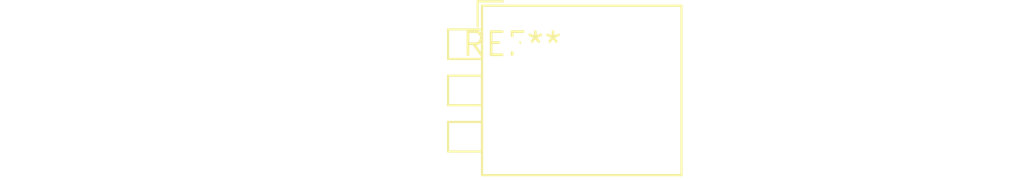
<source format=kicad_pcb>
(kicad_pcb (version 20240108) (generator pcbnew)
  (layers (0 "F.Cu" signal) (31 "B.Cu" signal) (34 "B.Paste" user) (35 "F.Paste" user) (36 "B.SilkS" user "B.Silkscreen") (37 "F.SilkS" user "F.Silkscreen") (38 "B.Mask" user) (39 "F.Mask" user) (44 "Edge.Cuts" user))
  (net 0 "")
  (footprint "SW_DIP_SPSTx03_Piano_10.8x9.18mm_W7.62mm_P2.54mm" (layer "F.Cu") (at 0 0)
    (property "Reference" "REF**")
    (property "Value" "SW_DIP_SPSTx03_Piano_10.8x9.18mm_W7.62mm_P2.54mm")
    (fp_line (start -3.51 -0.81) (end -3.51 0.81) (layer "F.SilkS") (stroke (width 0.12)))
    (fp_line (start -3.51 -0.81) (end -1.65 -0.81) (layer "F.SilkS") (stroke (width 0.12)))
    (fp_line (start -3.51 0.81) (end -1.65 0.81) (layer "F.SilkS") (stroke (width 0.12)))
    (fp_line (start -3.51 1.73) (end -3.51 3.35) (layer "F.SilkS") (stroke (width 0.12)))
    (fp_line (start -3.51 1.73) (end -1.65 1.73) (layer "F.SilkS") (stroke (width 0.12)))
    (fp_line (start -3.51 3.35) (end -1.65 3.35) (layer "F.SilkS") (stroke (width 0.12)))
    (fp_line (start -3.51 4.27) (end -3.51 5.89) (layer "F.SilkS") (stroke (width 0.12)))
    (fp_line (start -3.51 4.27) (end -1.65 4.27) (layer "F.SilkS") (stroke (width 0.12)))
    (fp_line (start -3.51 5.89) (end -1.65 5.89) (layer "F.SilkS") (stroke (width 0.12)))
    (fp_line (start -1.89 -2.35) (end -1.89 -0.967) (layer "F.SilkS") (stroke (width 0.12)))
    (fp_line (start -1.89 -2.35) (end -0.507 -2.35) (layer "F.SilkS") (stroke (width 0.12)))
    (fp_line (start -1.65 -2.11) (end -1.65 7.19) (layer "F.SilkS") (stroke (width 0.12)))
    (fp_line (start -1.65 -2.11) (end 9.27 -2.11) (layer "F.SilkS") (stroke (width 0.12)))
    (fp_line (start -1.65 -0.81) (end -1.65 0.81) (layer "F.SilkS") (stroke (width 0.12)))
    (fp_line (start -1.65 1.73) (end -1.65 3.35) (layer "F.SilkS") (stroke (width 0.12)))
    (fp_line (start -1.65 4.27) (end -1.65 5.89) (layer "F.SilkS") (stroke (width 0.12)))
    (fp_line (start -1.65 7.19) (end 9.27 7.19) (layer "F.SilkS") (stroke (width 0.12)))
    (fp_line (start 9.27 -2.11) (end 9.27 7.19) (layer "F.SilkS") (stroke (width 0.12)))
    (pad "1" thru_hole rect (at 0 0) (size 1.6 1.6) (drill 0.8) (layers *.Cu *.Mask) (remove_unused_layers))
    (pad "2" thru_hole oval (at 0 2.54) (size 1.6 1.6) (drill 0.8) (layers *.Cu *.Mask) (remove_unused_layers))
    (pad "3" thru_hole oval (at 0 5.08) (size 1.6 1.6) (drill 0.8) (layers *.Cu *.Mask) (remove_unused_layers))
    (pad "4" thru_hole oval (at 7.62 5.08) (size 1.6 1.6) (drill 0.8) (layers *.Cu *.Mask) (remove_unused_layers))
    (pad "5" thru_hole oval (at 7.62 2.54) (size 1.6 1.6) (drill 0.8) (layers *.Cu *.Mask) (remove_unused_layers))
    (pad "6" thru_hole oval (at 7.62 0) (size 1.6 1.6) (drill 0.8) (layers *.Cu *.Mask) (remove_unused_layers))
  )
)
</source>
